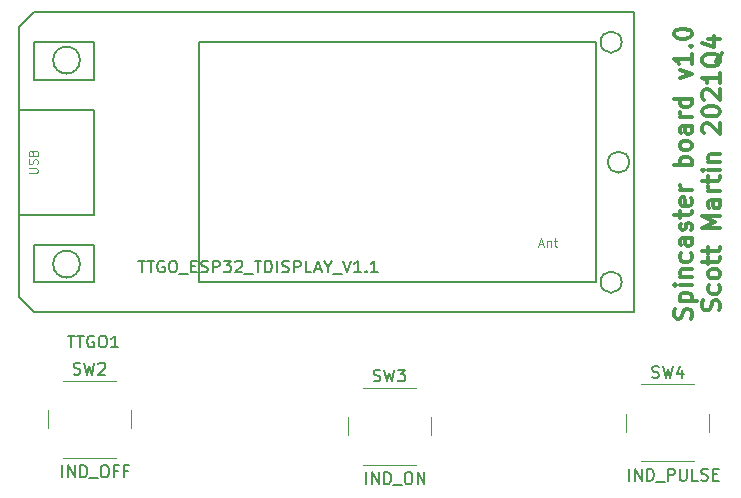
<source format=gbr>
%TF.GenerationSoftware,KiCad,Pcbnew,6.0.0-d3dd2cf0fa~116~ubuntu21.04.1*%
%TF.CreationDate,2022-01-04T14:06:44-05:00*%
%TF.ProjectId,control_pcb,636f6e74-726f-46c5-9f70-63622e6b6963,rev?*%
%TF.SameCoordinates,Original*%
%TF.FileFunction,Legend,Top*%
%TF.FilePolarity,Positive*%
%FSLAX46Y46*%
G04 Gerber Fmt 4.6, Leading zero omitted, Abs format (unit mm)*
G04 Created by KiCad (PCBNEW 6.0.0-d3dd2cf0fa~116~ubuntu21.04.1) date 2022-01-04 14:06:44*
%MOMM*%
%LPD*%
G01*
G04 APERTURE LIST*
%ADD10C,0.300000*%
%ADD11C,0.150000*%
%ADD12C,0.100000*%
%ADD13C,0.120000*%
G04 APERTURE END LIST*
D10*
X169325642Y-104415714D02*
X169397071Y-104201428D01*
X169397071Y-103844285D01*
X169325642Y-103701428D01*
X169254214Y-103630000D01*
X169111357Y-103558571D01*
X168968500Y-103558571D01*
X168825642Y-103630000D01*
X168754214Y-103701428D01*
X168682785Y-103844285D01*
X168611357Y-104130000D01*
X168539928Y-104272857D01*
X168468500Y-104344285D01*
X168325642Y-104415714D01*
X168182785Y-104415714D01*
X168039928Y-104344285D01*
X167968500Y-104272857D01*
X167897071Y-104130000D01*
X167897071Y-103772857D01*
X167968500Y-103558571D01*
X168397071Y-102915714D02*
X169897071Y-102915714D01*
X168468500Y-102915714D02*
X168397071Y-102772857D01*
X168397071Y-102487142D01*
X168468500Y-102344285D01*
X168539928Y-102272857D01*
X168682785Y-102201428D01*
X169111357Y-102201428D01*
X169254214Y-102272857D01*
X169325642Y-102344285D01*
X169397071Y-102487142D01*
X169397071Y-102772857D01*
X169325642Y-102915714D01*
X169397071Y-101558571D02*
X168397071Y-101558571D01*
X167897071Y-101558571D02*
X167968500Y-101630000D01*
X168039928Y-101558571D01*
X167968500Y-101487142D01*
X167897071Y-101558571D01*
X168039928Y-101558571D01*
X168397071Y-100844285D02*
X169397071Y-100844285D01*
X168539928Y-100844285D02*
X168468500Y-100772857D01*
X168397071Y-100630000D01*
X168397071Y-100415714D01*
X168468500Y-100272857D01*
X168611357Y-100201428D01*
X169397071Y-100201428D01*
X169325642Y-98844285D02*
X169397071Y-98987142D01*
X169397071Y-99272857D01*
X169325642Y-99415714D01*
X169254214Y-99487142D01*
X169111357Y-99558571D01*
X168682785Y-99558571D01*
X168539928Y-99487142D01*
X168468500Y-99415714D01*
X168397071Y-99272857D01*
X168397071Y-98987142D01*
X168468500Y-98844285D01*
X169397071Y-97558571D02*
X168611357Y-97558571D01*
X168468500Y-97630000D01*
X168397071Y-97772857D01*
X168397071Y-98058571D01*
X168468500Y-98201428D01*
X169325642Y-97558571D02*
X169397071Y-97701428D01*
X169397071Y-98058571D01*
X169325642Y-98201428D01*
X169182785Y-98272857D01*
X169039928Y-98272857D01*
X168897071Y-98201428D01*
X168825642Y-98058571D01*
X168825642Y-97701428D01*
X168754214Y-97558571D01*
X169325642Y-96915714D02*
X169397071Y-96772857D01*
X169397071Y-96487142D01*
X169325642Y-96344285D01*
X169182785Y-96272857D01*
X169111357Y-96272857D01*
X168968500Y-96344285D01*
X168897071Y-96487142D01*
X168897071Y-96701428D01*
X168825642Y-96844285D01*
X168682785Y-96915714D01*
X168611357Y-96915714D01*
X168468500Y-96844285D01*
X168397071Y-96701428D01*
X168397071Y-96487142D01*
X168468500Y-96344285D01*
X168397071Y-95844285D02*
X168397071Y-95272857D01*
X167897071Y-95630000D02*
X169182785Y-95630000D01*
X169325642Y-95558571D01*
X169397071Y-95415714D01*
X169397071Y-95272857D01*
X169325642Y-94201428D02*
X169397071Y-94344285D01*
X169397071Y-94630000D01*
X169325642Y-94772857D01*
X169182785Y-94844285D01*
X168611357Y-94844285D01*
X168468500Y-94772857D01*
X168397071Y-94630000D01*
X168397071Y-94344285D01*
X168468500Y-94201428D01*
X168611357Y-94130000D01*
X168754214Y-94130000D01*
X168897071Y-94844285D01*
X169397071Y-93487142D02*
X168397071Y-93487142D01*
X168682785Y-93487142D02*
X168539928Y-93415714D01*
X168468500Y-93344285D01*
X168397071Y-93201428D01*
X168397071Y-93058571D01*
X169397071Y-91415714D02*
X167897071Y-91415714D01*
X168468500Y-91415714D02*
X168397071Y-91272857D01*
X168397071Y-90987142D01*
X168468500Y-90844285D01*
X168539928Y-90772857D01*
X168682785Y-90701428D01*
X169111357Y-90701428D01*
X169254214Y-90772857D01*
X169325642Y-90844285D01*
X169397071Y-90987142D01*
X169397071Y-91272857D01*
X169325642Y-91415714D01*
X169397071Y-89844285D02*
X169325642Y-89987142D01*
X169254214Y-90058571D01*
X169111357Y-90130000D01*
X168682785Y-90130000D01*
X168539928Y-90058571D01*
X168468500Y-89987142D01*
X168397071Y-89844285D01*
X168397071Y-89630000D01*
X168468500Y-89487142D01*
X168539928Y-89415714D01*
X168682785Y-89344285D01*
X169111357Y-89344285D01*
X169254214Y-89415714D01*
X169325642Y-89487142D01*
X169397071Y-89630000D01*
X169397071Y-89844285D01*
X169397071Y-88058571D02*
X168611357Y-88058571D01*
X168468500Y-88130000D01*
X168397071Y-88272857D01*
X168397071Y-88558571D01*
X168468500Y-88701428D01*
X169325642Y-88058571D02*
X169397071Y-88201428D01*
X169397071Y-88558571D01*
X169325642Y-88701428D01*
X169182785Y-88772857D01*
X169039928Y-88772857D01*
X168897071Y-88701428D01*
X168825642Y-88558571D01*
X168825642Y-88201428D01*
X168754214Y-88058571D01*
X169397071Y-87344285D02*
X168397071Y-87344285D01*
X168682785Y-87344285D02*
X168539928Y-87272857D01*
X168468500Y-87201428D01*
X168397071Y-87058571D01*
X168397071Y-86915714D01*
X169397071Y-85772857D02*
X167897071Y-85772857D01*
X169325642Y-85772857D02*
X169397071Y-85915714D01*
X169397071Y-86201428D01*
X169325642Y-86344285D01*
X169254214Y-86415714D01*
X169111357Y-86487142D01*
X168682785Y-86487142D01*
X168539928Y-86415714D01*
X168468500Y-86344285D01*
X168397071Y-86201428D01*
X168397071Y-85915714D01*
X168468500Y-85772857D01*
X168397071Y-84058571D02*
X169397071Y-83701428D01*
X168397071Y-83344285D01*
X169397071Y-81987142D02*
X169397071Y-82844285D01*
X169397071Y-82415714D02*
X167897071Y-82415714D01*
X168111357Y-82558571D01*
X168254214Y-82701428D01*
X168325642Y-82844285D01*
X169254214Y-81344285D02*
X169325642Y-81272857D01*
X169397071Y-81344285D01*
X169325642Y-81415714D01*
X169254214Y-81344285D01*
X169397071Y-81344285D01*
X167897071Y-80344285D02*
X167897071Y-80201428D01*
X167968500Y-80058571D01*
X168039928Y-79987142D01*
X168182785Y-79915714D01*
X168468500Y-79844285D01*
X168825642Y-79844285D01*
X169111357Y-79915714D01*
X169254214Y-79987142D01*
X169325642Y-80058571D01*
X169397071Y-80201428D01*
X169397071Y-80344285D01*
X169325642Y-80487142D01*
X169254214Y-80558571D01*
X169111357Y-80630000D01*
X168825642Y-80701428D01*
X168468500Y-80701428D01*
X168182785Y-80630000D01*
X168039928Y-80558571D01*
X167968500Y-80487142D01*
X167897071Y-80344285D01*
X171740642Y-103701428D02*
X171812071Y-103487142D01*
X171812071Y-103130000D01*
X171740642Y-102987142D01*
X171669214Y-102915714D01*
X171526357Y-102844285D01*
X171383500Y-102844285D01*
X171240642Y-102915714D01*
X171169214Y-102987142D01*
X171097785Y-103130000D01*
X171026357Y-103415714D01*
X170954928Y-103558571D01*
X170883500Y-103630000D01*
X170740642Y-103701428D01*
X170597785Y-103701428D01*
X170454928Y-103630000D01*
X170383500Y-103558571D01*
X170312071Y-103415714D01*
X170312071Y-103058571D01*
X170383500Y-102844285D01*
X171740642Y-101558571D02*
X171812071Y-101701428D01*
X171812071Y-101987142D01*
X171740642Y-102130000D01*
X171669214Y-102201428D01*
X171526357Y-102272857D01*
X171097785Y-102272857D01*
X170954928Y-102201428D01*
X170883500Y-102130000D01*
X170812071Y-101987142D01*
X170812071Y-101701428D01*
X170883500Y-101558571D01*
X171812071Y-100701428D02*
X171740642Y-100844285D01*
X171669214Y-100915714D01*
X171526357Y-100987142D01*
X171097785Y-100987142D01*
X170954928Y-100915714D01*
X170883500Y-100844285D01*
X170812071Y-100701428D01*
X170812071Y-100487142D01*
X170883500Y-100344285D01*
X170954928Y-100272857D01*
X171097785Y-100201428D01*
X171526357Y-100201428D01*
X171669214Y-100272857D01*
X171740642Y-100344285D01*
X171812071Y-100487142D01*
X171812071Y-100701428D01*
X170812071Y-99772857D02*
X170812071Y-99201428D01*
X170312071Y-99558571D02*
X171597785Y-99558571D01*
X171740642Y-99487142D01*
X171812071Y-99344285D01*
X171812071Y-99201428D01*
X170812071Y-98915714D02*
X170812071Y-98344285D01*
X170312071Y-98701428D02*
X171597785Y-98701428D01*
X171740642Y-98630000D01*
X171812071Y-98487142D01*
X171812071Y-98344285D01*
X171812071Y-96701428D02*
X170312071Y-96701428D01*
X171383500Y-96201428D01*
X170312071Y-95701428D01*
X171812071Y-95701428D01*
X171812071Y-94344285D02*
X171026357Y-94344285D01*
X170883500Y-94415714D01*
X170812071Y-94558571D01*
X170812071Y-94844285D01*
X170883500Y-94987142D01*
X171740642Y-94344285D02*
X171812071Y-94487142D01*
X171812071Y-94844285D01*
X171740642Y-94987142D01*
X171597785Y-95058571D01*
X171454928Y-95058571D01*
X171312071Y-94987142D01*
X171240642Y-94844285D01*
X171240642Y-94487142D01*
X171169214Y-94344285D01*
X171812071Y-93630000D02*
X170812071Y-93630000D01*
X171097785Y-93630000D02*
X170954928Y-93558571D01*
X170883500Y-93487142D01*
X170812071Y-93344285D01*
X170812071Y-93201428D01*
X170812071Y-92915714D02*
X170812071Y-92344285D01*
X170312071Y-92701428D02*
X171597785Y-92701428D01*
X171740642Y-92630000D01*
X171812071Y-92487142D01*
X171812071Y-92344285D01*
X171812071Y-91844285D02*
X170812071Y-91844285D01*
X170312071Y-91844285D02*
X170383500Y-91915714D01*
X170454928Y-91844285D01*
X170383500Y-91772857D01*
X170312071Y-91844285D01*
X170454928Y-91844285D01*
X170812071Y-91130000D02*
X171812071Y-91130000D01*
X170954928Y-91130000D02*
X170883500Y-91058571D01*
X170812071Y-90915714D01*
X170812071Y-90701428D01*
X170883500Y-90558571D01*
X171026357Y-90487142D01*
X171812071Y-90487142D01*
X170454928Y-88701428D02*
X170383500Y-88630000D01*
X170312071Y-88487142D01*
X170312071Y-88130000D01*
X170383500Y-87987142D01*
X170454928Y-87915714D01*
X170597785Y-87844285D01*
X170740642Y-87844285D01*
X170954928Y-87915714D01*
X171812071Y-88772857D01*
X171812071Y-87844285D01*
X170312071Y-86915714D02*
X170312071Y-86772857D01*
X170383500Y-86630000D01*
X170454928Y-86558571D01*
X170597785Y-86487142D01*
X170883500Y-86415714D01*
X171240642Y-86415714D01*
X171526357Y-86487142D01*
X171669214Y-86558571D01*
X171740642Y-86630000D01*
X171812071Y-86772857D01*
X171812071Y-86915714D01*
X171740642Y-87058571D01*
X171669214Y-87130000D01*
X171526357Y-87201428D01*
X171240642Y-87272857D01*
X170883500Y-87272857D01*
X170597785Y-87201428D01*
X170454928Y-87130000D01*
X170383500Y-87058571D01*
X170312071Y-86915714D01*
X170454928Y-85844285D02*
X170383500Y-85772857D01*
X170312071Y-85630000D01*
X170312071Y-85272857D01*
X170383500Y-85130000D01*
X170454928Y-85058571D01*
X170597785Y-84987142D01*
X170740642Y-84987142D01*
X170954928Y-85058571D01*
X171812071Y-85915714D01*
X171812071Y-84987142D01*
X171812071Y-83558571D02*
X171812071Y-84415714D01*
X171812071Y-83987142D02*
X170312071Y-83987142D01*
X170526357Y-84130000D01*
X170669214Y-84272857D01*
X170740642Y-84415714D01*
X171954928Y-81915714D02*
X171883500Y-82058571D01*
X171740642Y-82201428D01*
X171526357Y-82415714D01*
X171454928Y-82558571D01*
X171454928Y-82701428D01*
X171812071Y-82630000D02*
X171740642Y-82772857D01*
X171597785Y-82915714D01*
X171312071Y-82987142D01*
X170812071Y-82987142D01*
X170526357Y-82915714D01*
X170383500Y-82772857D01*
X170312071Y-82630000D01*
X170312071Y-82344285D01*
X170383500Y-82201428D01*
X170526357Y-82058571D01*
X170812071Y-81987142D01*
X171312071Y-81987142D01*
X171597785Y-82058571D01*
X171740642Y-82201428D01*
X171812071Y-82344285D01*
X171812071Y-82630000D01*
X170812071Y-80701428D02*
X171812071Y-80701428D01*
X170240642Y-81058571D02*
X171312071Y-81415714D01*
X171312071Y-80487142D01*
D11*
%TO.C,TTGO1*%
X116599333Y-105834380D02*
X117170761Y-105834380D01*
X116885047Y-106834380D02*
X116885047Y-105834380D01*
X117361238Y-105834380D02*
X117932666Y-105834380D01*
X117646952Y-106834380D02*
X117646952Y-105834380D01*
X118789809Y-105882000D02*
X118694571Y-105834380D01*
X118551714Y-105834380D01*
X118408857Y-105882000D01*
X118313619Y-105977238D01*
X118266000Y-106072476D01*
X118218380Y-106262952D01*
X118218380Y-106405809D01*
X118266000Y-106596285D01*
X118313619Y-106691523D01*
X118408857Y-106786761D01*
X118551714Y-106834380D01*
X118646952Y-106834380D01*
X118789809Y-106786761D01*
X118837428Y-106739142D01*
X118837428Y-106405809D01*
X118646952Y-106405809D01*
X119456476Y-105834380D02*
X119646952Y-105834380D01*
X119742190Y-105882000D01*
X119837428Y-105977238D01*
X119885047Y-106167714D01*
X119885047Y-106501047D01*
X119837428Y-106691523D01*
X119742190Y-106786761D01*
X119646952Y-106834380D01*
X119456476Y-106834380D01*
X119361238Y-106786761D01*
X119266000Y-106691523D01*
X119218380Y-106501047D01*
X119218380Y-106167714D01*
X119266000Y-105977238D01*
X119361238Y-105882000D01*
X119456476Y-105834380D01*
X120837428Y-106834380D02*
X120266000Y-106834380D01*
X120551714Y-106834380D02*
X120551714Y-105834380D01*
X120456476Y-105977238D01*
X120361238Y-106072476D01*
X120266000Y-106120095D01*
X122545523Y-99484380D02*
X123116952Y-99484380D01*
X122831238Y-100484380D02*
X122831238Y-99484380D01*
X123307428Y-99484380D02*
X123878857Y-99484380D01*
X123593142Y-100484380D02*
X123593142Y-99484380D01*
X124736000Y-99532000D02*
X124640761Y-99484380D01*
X124497904Y-99484380D01*
X124355047Y-99532000D01*
X124259809Y-99627238D01*
X124212190Y-99722476D01*
X124164571Y-99912952D01*
X124164571Y-100055809D01*
X124212190Y-100246285D01*
X124259809Y-100341523D01*
X124355047Y-100436761D01*
X124497904Y-100484380D01*
X124593142Y-100484380D01*
X124736000Y-100436761D01*
X124783619Y-100389142D01*
X124783619Y-100055809D01*
X124593142Y-100055809D01*
X125402666Y-99484380D02*
X125593142Y-99484380D01*
X125688380Y-99532000D01*
X125783619Y-99627238D01*
X125831238Y-99817714D01*
X125831238Y-100151047D01*
X125783619Y-100341523D01*
X125688380Y-100436761D01*
X125593142Y-100484380D01*
X125402666Y-100484380D01*
X125307428Y-100436761D01*
X125212190Y-100341523D01*
X125164571Y-100151047D01*
X125164571Y-99817714D01*
X125212190Y-99627238D01*
X125307428Y-99532000D01*
X125402666Y-99484380D01*
X126021714Y-100579619D02*
X126783619Y-100579619D01*
X127021714Y-99960571D02*
X127355047Y-99960571D01*
X127497904Y-100484380D02*
X127021714Y-100484380D01*
X127021714Y-99484380D01*
X127497904Y-99484380D01*
X127878857Y-100436761D02*
X128021714Y-100484380D01*
X128259809Y-100484380D01*
X128355047Y-100436761D01*
X128402666Y-100389142D01*
X128450285Y-100293904D01*
X128450285Y-100198666D01*
X128402666Y-100103428D01*
X128355047Y-100055809D01*
X128259809Y-100008190D01*
X128069333Y-99960571D01*
X127974095Y-99912952D01*
X127926476Y-99865333D01*
X127878857Y-99770095D01*
X127878857Y-99674857D01*
X127926476Y-99579619D01*
X127974095Y-99532000D01*
X128069333Y-99484380D01*
X128307428Y-99484380D01*
X128450285Y-99532000D01*
X128878857Y-100484380D02*
X128878857Y-99484380D01*
X129259809Y-99484380D01*
X129355047Y-99532000D01*
X129402666Y-99579619D01*
X129450285Y-99674857D01*
X129450285Y-99817714D01*
X129402666Y-99912952D01*
X129355047Y-99960571D01*
X129259809Y-100008190D01*
X128878857Y-100008190D01*
X129783619Y-99484380D02*
X130402666Y-99484380D01*
X130069333Y-99865333D01*
X130212190Y-99865333D01*
X130307428Y-99912952D01*
X130355047Y-99960571D01*
X130402666Y-100055809D01*
X130402666Y-100293904D01*
X130355047Y-100389142D01*
X130307428Y-100436761D01*
X130212190Y-100484380D01*
X129926476Y-100484380D01*
X129831238Y-100436761D01*
X129783619Y-100389142D01*
X130783619Y-99579619D02*
X130831238Y-99532000D01*
X130926476Y-99484380D01*
X131164571Y-99484380D01*
X131259809Y-99532000D01*
X131307428Y-99579619D01*
X131355047Y-99674857D01*
X131355047Y-99770095D01*
X131307428Y-99912952D01*
X130736000Y-100484380D01*
X131355047Y-100484380D01*
X131545523Y-100579619D02*
X132307428Y-100579619D01*
X132402666Y-99484380D02*
X132974095Y-99484380D01*
X132688380Y-100484380D02*
X132688380Y-99484380D01*
X133307428Y-100484380D02*
X133307428Y-99484380D01*
X133545523Y-99484380D01*
X133688380Y-99532000D01*
X133783619Y-99627238D01*
X133831238Y-99722476D01*
X133878857Y-99912952D01*
X133878857Y-100055809D01*
X133831238Y-100246285D01*
X133783619Y-100341523D01*
X133688380Y-100436761D01*
X133545523Y-100484380D01*
X133307428Y-100484380D01*
X134307428Y-100484380D02*
X134307428Y-99484380D01*
X134736000Y-100436761D02*
X134878857Y-100484380D01*
X135116952Y-100484380D01*
X135212190Y-100436761D01*
X135259809Y-100389142D01*
X135307428Y-100293904D01*
X135307428Y-100198666D01*
X135259809Y-100103428D01*
X135212190Y-100055809D01*
X135116952Y-100008190D01*
X134926476Y-99960571D01*
X134831238Y-99912952D01*
X134783619Y-99865333D01*
X134736000Y-99770095D01*
X134736000Y-99674857D01*
X134783619Y-99579619D01*
X134831238Y-99532000D01*
X134926476Y-99484380D01*
X135164571Y-99484380D01*
X135307428Y-99532000D01*
X135736000Y-100484380D02*
X135736000Y-99484380D01*
X136116952Y-99484380D01*
X136212190Y-99532000D01*
X136259809Y-99579619D01*
X136307428Y-99674857D01*
X136307428Y-99817714D01*
X136259809Y-99912952D01*
X136212190Y-99960571D01*
X136116952Y-100008190D01*
X135736000Y-100008190D01*
X137212190Y-100484380D02*
X136736000Y-100484380D01*
X136736000Y-99484380D01*
X137497904Y-100198666D02*
X137974095Y-100198666D01*
X137402666Y-100484380D02*
X137736000Y-99484380D01*
X138069333Y-100484380D01*
X138593142Y-100008190D02*
X138593142Y-100484380D01*
X138259809Y-99484380D02*
X138593142Y-100008190D01*
X138926476Y-99484380D01*
X139021714Y-100579619D02*
X139783619Y-100579619D01*
X139878857Y-99484380D02*
X140212190Y-100484380D01*
X140545523Y-99484380D01*
X141402666Y-100484380D02*
X140831238Y-100484380D01*
X141116952Y-100484380D02*
X141116952Y-99484380D01*
X141021714Y-99627238D01*
X140926476Y-99722476D01*
X140831238Y-99770095D01*
X141831238Y-100389142D02*
X141878857Y-100436761D01*
X141831238Y-100484380D01*
X141783619Y-100436761D01*
X141831238Y-100389142D01*
X141831238Y-100484380D01*
X142831238Y-100484380D02*
X142259809Y-100484380D01*
X142545523Y-100484380D02*
X142545523Y-99484380D01*
X142450285Y-99627238D01*
X142355047Y-99722476D01*
X142259809Y-99770095D01*
D12*
X113275285Y-92088428D02*
X113882428Y-92088428D01*
X113953857Y-92052714D01*
X113989571Y-92017000D01*
X114025285Y-91945571D01*
X114025285Y-91802714D01*
X113989571Y-91731285D01*
X113953857Y-91695571D01*
X113882428Y-91659857D01*
X113275285Y-91659857D01*
X113989571Y-91338428D02*
X114025285Y-91231285D01*
X114025285Y-91052714D01*
X113989571Y-90981285D01*
X113953857Y-90945571D01*
X113882428Y-90909857D01*
X113811000Y-90909857D01*
X113739571Y-90945571D01*
X113703857Y-90981285D01*
X113668142Y-91052714D01*
X113632428Y-91195571D01*
X113596714Y-91267000D01*
X113561000Y-91302714D01*
X113489571Y-91338428D01*
X113418142Y-91338428D01*
X113346714Y-91302714D01*
X113311000Y-91267000D01*
X113275285Y-91195571D01*
X113275285Y-91017000D01*
X113311000Y-90909857D01*
X113632428Y-90338428D02*
X113668142Y-90231285D01*
X113703857Y-90195571D01*
X113775285Y-90159857D01*
X113882428Y-90159857D01*
X113953857Y-90195571D01*
X113989571Y-90231285D01*
X114025285Y-90302714D01*
X114025285Y-90588428D01*
X113275285Y-90588428D01*
X113275285Y-90338428D01*
X113311000Y-90267000D01*
X113346714Y-90231285D01*
X113418142Y-90195571D01*
X113489571Y-90195571D01*
X113561000Y-90231285D01*
X113596714Y-90267000D01*
X113632428Y-90338428D01*
X113632428Y-90588428D01*
X156493857Y-98097000D02*
X156851000Y-98097000D01*
X156422428Y-98311285D02*
X156672428Y-97561285D01*
X156922428Y-98311285D01*
X157172428Y-97811285D02*
X157172428Y-98311285D01*
X157172428Y-97882714D02*
X157208142Y-97847000D01*
X157279571Y-97811285D01*
X157386714Y-97811285D01*
X157458142Y-97847000D01*
X157493857Y-97918428D01*
X157493857Y-98311285D01*
X157743857Y-97811285D02*
X158029571Y-97811285D01*
X157851000Y-97561285D02*
X157851000Y-98204142D01*
X157886714Y-98275571D01*
X157958142Y-98311285D01*
X158029571Y-98311285D01*
D11*
%TO.C,SW2*%
X117082666Y-109076761D02*
X117225523Y-109124380D01*
X117463619Y-109124380D01*
X117558857Y-109076761D01*
X117606476Y-109029142D01*
X117654095Y-108933904D01*
X117654095Y-108838666D01*
X117606476Y-108743428D01*
X117558857Y-108695809D01*
X117463619Y-108648190D01*
X117273142Y-108600571D01*
X117177904Y-108552952D01*
X117130285Y-108505333D01*
X117082666Y-108410095D01*
X117082666Y-108314857D01*
X117130285Y-108219619D01*
X117177904Y-108172000D01*
X117273142Y-108124380D01*
X117511238Y-108124380D01*
X117654095Y-108172000D01*
X117987428Y-108124380D02*
X118225523Y-109124380D01*
X118416000Y-108410095D01*
X118606476Y-109124380D01*
X118844571Y-108124380D01*
X119177904Y-108219619D02*
X119225523Y-108172000D01*
X119320761Y-108124380D01*
X119558857Y-108124380D01*
X119654095Y-108172000D01*
X119701714Y-108219619D01*
X119749333Y-108314857D01*
X119749333Y-108410095D01*
X119701714Y-108552952D01*
X119130285Y-109124380D01*
X119749333Y-109124380D01*
X116130285Y-117824380D02*
X116130285Y-116824380D01*
X116606476Y-117824380D02*
X116606476Y-116824380D01*
X117177904Y-117824380D01*
X117177904Y-116824380D01*
X117654095Y-117824380D02*
X117654095Y-116824380D01*
X117892190Y-116824380D01*
X118035047Y-116872000D01*
X118130285Y-116967238D01*
X118177904Y-117062476D01*
X118225523Y-117252952D01*
X118225523Y-117395809D01*
X118177904Y-117586285D01*
X118130285Y-117681523D01*
X118035047Y-117776761D01*
X117892190Y-117824380D01*
X117654095Y-117824380D01*
X118416000Y-117919619D02*
X119177904Y-117919619D01*
X119606476Y-116824380D02*
X119796952Y-116824380D01*
X119892190Y-116872000D01*
X119987428Y-116967238D01*
X120035047Y-117157714D01*
X120035047Y-117491047D01*
X119987428Y-117681523D01*
X119892190Y-117776761D01*
X119796952Y-117824380D01*
X119606476Y-117824380D01*
X119511238Y-117776761D01*
X119416000Y-117681523D01*
X119368380Y-117491047D01*
X119368380Y-117157714D01*
X119416000Y-116967238D01*
X119511238Y-116872000D01*
X119606476Y-116824380D01*
X120796952Y-117300571D02*
X120463619Y-117300571D01*
X120463619Y-117824380D02*
X120463619Y-116824380D01*
X120939809Y-116824380D01*
X121654095Y-117300571D02*
X121320761Y-117300571D01*
X121320761Y-117824380D02*
X121320761Y-116824380D01*
X121796952Y-116824380D01*
%TO.C,SW3*%
X142482666Y-109656761D02*
X142625523Y-109704380D01*
X142863619Y-109704380D01*
X142958857Y-109656761D01*
X143006476Y-109609142D01*
X143054095Y-109513904D01*
X143054095Y-109418666D01*
X143006476Y-109323428D01*
X142958857Y-109275809D01*
X142863619Y-109228190D01*
X142673142Y-109180571D01*
X142577904Y-109132952D01*
X142530285Y-109085333D01*
X142482666Y-108990095D01*
X142482666Y-108894857D01*
X142530285Y-108799619D01*
X142577904Y-108752000D01*
X142673142Y-108704380D01*
X142911238Y-108704380D01*
X143054095Y-108752000D01*
X143387428Y-108704380D02*
X143625523Y-109704380D01*
X143816000Y-108990095D01*
X144006476Y-109704380D01*
X144244571Y-108704380D01*
X144530285Y-108704380D02*
X145149333Y-108704380D01*
X144816000Y-109085333D01*
X144958857Y-109085333D01*
X145054095Y-109132952D01*
X145101714Y-109180571D01*
X145149333Y-109275809D01*
X145149333Y-109513904D01*
X145101714Y-109609142D01*
X145054095Y-109656761D01*
X144958857Y-109704380D01*
X144673142Y-109704380D01*
X144577904Y-109656761D01*
X144530285Y-109609142D01*
X141863619Y-118404380D02*
X141863619Y-117404380D01*
X142339809Y-118404380D02*
X142339809Y-117404380D01*
X142911238Y-118404380D01*
X142911238Y-117404380D01*
X143387428Y-118404380D02*
X143387428Y-117404380D01*
X143625523Y-117404380D01*
X143768380Y-117452000D01*
X143863619Y-117547238D01*
X143911238Y-117642476D01*
X143958857Y-117832952D01*
X143958857Y-117975809D01*
X143911238Y-118166285D01*
X143863619Y-118261523D01*
X143768380Y-118356761D01*
X143625523Y-118404380D01*
X143387428Y-118404380D01*
X144149333Y-118499619D02*
X144911238Y-118499619D01*
X145339809Y-117404380D02*
X145530285Y-117404380D01*
X145625523Y-117452000D01*
X145720761Y-117547238D01*
X145768380Y-117737714D01*
X145768380Y-118071047D01*
X145720761Y-118261523D01*
X145625523Y-118356761D01*
X145530285Y-118404380D01*
X145339809Y-118404380D01*
X145244571Y-118356761D01*
X145149333Y-118261523D01*
X145101714Y-118071047D01*
X145101714Y-117737714D01*
X145149333Y-117547238D01*
X145244571Y-117452000D01*
X145339809Y-117404380D01*
X146196952Y-118404380D02*
X146196952Y-117404380D01*
X146768380Y-118404380D01*
X146768380Y-117404380D01*
%TO.C,SW4*%
X166052666Y-109366761D02*
X166195523Y-109414380D01*
X166433619Y-109414380D01*
X166528857Y-109366761D01*
X166576476Y-109319142D01*
X166624095Y-109223904D01*
X166624095Y-109128666D01*
X166576476Y-109033428D01*
X166528857Y-108985809D01*
X166433619Y-108938190D01*
X166243142Y-108890571D01*
X166147904Y-108842952D01*
X166100285Y-108795333D01*
X166052666Y-108700095D01*
X166052666Y-108604857D01*
X166100285Y-108509619D01*
X166147904Y-108462000D01*
X166243142Y-108414380D01*
X166481238Y-108414380D01*
X166624095Y-108462000D01*
X166957428Y-108414380D02*
X167195523Y-109414380D01*
X167386000Y-108700095D01*
X167576476Y-109414380D01*
X167814571Y-108414380D01*
X168624095Y-108747714D02*
X168624095Y-109414380D01*
X168386000Y-108366761D02*
X168147904Y-109081047D01*
X168766952Y-109081047D01*
X164124095Y-118114380D02*
X164124095Y-117114380D01*
X164600285Y-118114380D02*
X164600285Y-117114380D01*
X165171714Y-118114380D01*
X165171714Y-117114380D01*
X165647904Y-118114380D02*
X165647904Y-117114380D01*
X165886000Y-117114380D01*
X166028857Y-117162000D01*
X166124095Y-117257238D01*
X166171714Y-117352476D01*
X166219333Y-117542952D01*
X166219333Y-117685809D01*
X166171714Y-117876285D01*
X166124095Y-117971523D01*
X166028857Y-118066761D01*
X165886000Y-118114380D01*
X165647904Y-118114380D01*
X166409809Y-118209619D02*
X167171714Y-118209619D01*
X167409809Y-118114380D02*
X167409809Y-117114380D01*
X167790761Y-117114380D01*
X167886000Y-117162000D01*
X167933619Y-117209619D01*
X167981238Y-117304857D01*
X167981238Y-117447714D01*
X167933619Y-117542952D01*
X167886000Y-117590571D01*
X167790761Y-117638190D01*
X167409809Y-117638190D01*
X168409809Y-117114380D02*
X168409809Y-117923904D01*
X168457428Y-118019142D01*
X168505047Y-118066761D01*
X168600285Y-118114380D01*
X168790761Y-118114380D01*
X168886000Y-118066761D01*
X168933619Y-118019142D01*
X168981238Y-117923904D01*
X168981238Y-117114380D01*
X169933619Y-118114380D02*
X169457428Y-118114380D01*
X169457428Y-117114380D01*
X170219333Y-118066761D02*
X170362190Y-118114380D01*
X170600285Y-118114380D01*
X170695523Y-118066761D01*
X170743142Y-118019142D01*
X170790761Y-117923904D01*
X170790761Y-117828666D01*
X170743142Y-117733428D01*
X170695523Y-117685809D01*
X170600285Y-117638190D01*
X170409809Y-117590571D01*
X170314571Y-117542952D01*
X170266952Y-117495333D01*
X170219333Y-117400095D01*
X170219333Y-117304857D01*
X170266952Y-117209619D01*
X170314571Y-117162000D01*
X170409809Y-117114380D01*
X170647904Y-117114380D01*
X170790761Y-117162000D01*
X171219333Y-117590571D02*
X171552666Y-117590571D01*
X171695523Y-118114380D02*
X171219333Y-118114380D01*
X171219333Y-117114380D01*
X171695523Y-117114380D01*
%TO.C,TTGO1*%
X161311000Y-80982000D02*
X161311000Y-101302000D01*
X118766000Y-84157000D02*
X113686000Y-84157000D01*
X164486000Y-78442000D02*
X160676000Y-78442000D01*
X113686000Y-98127000D02*
X118766000Y-98127000D01*
X164486000Y-103842000D02*
X159406000Y-103842000D01*
X159406000Y-103842000D02*
X114956000Y-103842000D01*
X113686000Y-101302000D02*
X113686000Y-98127000D01*
X113686000Y-80982000D02*
X118766000Y-80982000D01*
X113686000Y-103842000D02*
X112416000Y-102572000D01*
X161311000Y-101302000D02*
X127656000Y-101302000D01*
X113686000Y-78442000D02*
X114956000Y-78442000D01*
X114956000Y-103842000D02*
X113686000Y-103842000D01*
X118766000Y-95587000D02*
X112416000Y-95587000D01*
X118766000Y-86697000D02*
X118766000Y-95587000D01*
X127656000Y-80982000D02*
X161311000Y-80982000D01*
X160676000Y-78442000D02*
X114956000Y-78442000D01*
X127656000Y-101302000D02*
X127656000Y-80982000D01*
X164486000Y-78442000D02*
X164486000Y-103842000D01*
X112416000Y-95587000D02*
X116226000Y-95587000D01*
X112416000Y-102572000D02*
X112416000Y-79712000D01*
X113686000Y-84157000D02*
X113686000Y-80982000D01*
X118766000Y-98127000D02*
X118766000Y-101302000D01*
X116226000Y-86697000D02*
X118766000Y-86697000D01*
X118766000Y-80982000D02*
X118766000Y-84157000D01*
X116226000Y-86697000D02*
X112416000Y-86697000D01*
X112416000Y-79712000D02*
X113686000Y-78442000D01*
X118766000Y-101302000D02*
X113686000Y-101302000D01*
X163479026Y-101302000D02*
G75*
G03*
X163479026Y-101302000I-898026J0D01*
G01*
X117615923Y-82506000D02*
G75*
G03*
X117615923Y-82506000I-1135923J0D01*
G01*
X164114026Y-91142000D02*
G75*
G03*
X164114026Y-91142000I-898026J0D01*
G01*
X117615923Y-99778000D02*
G75*
G03*
X117615923Y-99778000I-1135923J0D01*
G01*
X163479026Y-80982000D02*
G75*
G03*
X163479026Y-80982000I-898026J0D01*
G01*
D13*
%TO.C,SW2*%
X120666000Y-109672000D02*
X116166000Y-109672000D01*
X121916000Y-113672000D02*
X121916000Y-112172000D01*
X114916000Y-112172000D02*
X114916000Y-113672000D01*
X116166000Y-116172000D02*
X120666000Y-116172000D01*
%TO.C,SW3*%
X141566000Y-116752000D02*
X146066000Y-116752000D01*
X146066000Y-110252000D02*
X141566000Y-110252000D01*
X140316000Y-112752000D02*
X140316000Y-114252000D01*
X147316000Y-114252000D02*
X147316000Y-112752000D01*
%TO.C,SW4*%
X163886000Y-112462000D02*
X163886000Y-113962000D01*
X169636000Y-109962000D02*
X165136000Y-109962000D01*
X170886000Y-113962000D02*
X170886000Y-112462000D01*
X165136000Y-116462000D02*
X169636000Y-116462000D01*
%TD*%
M02*

</source>
